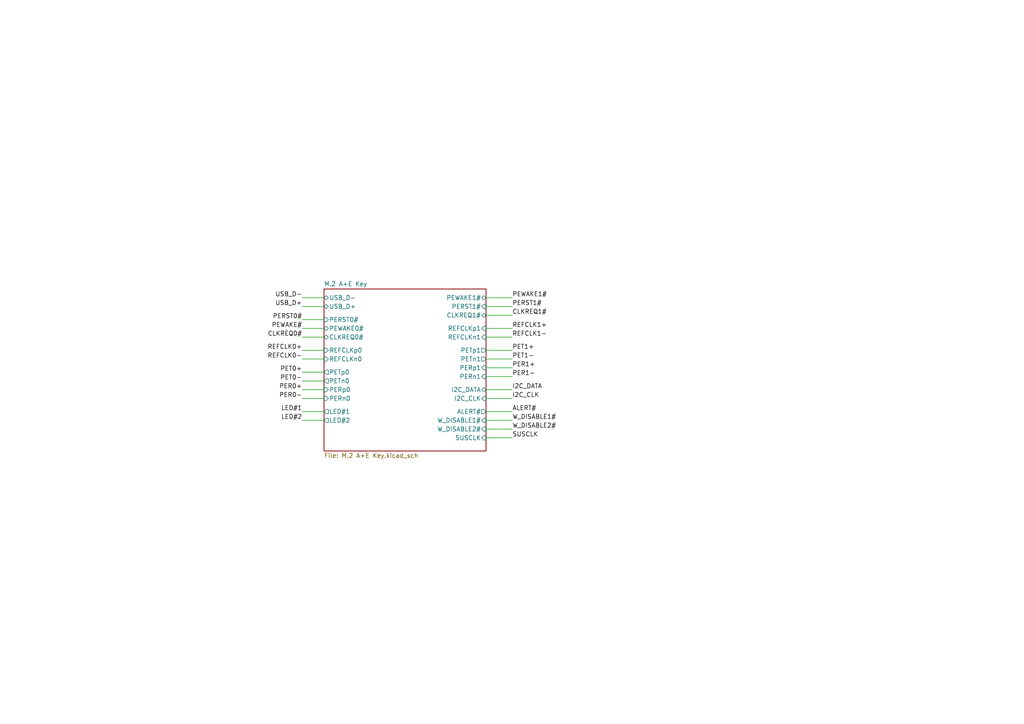
<source format=kicad_sch>
(kicad_sch
	(version 20250114)
	(generator "eeschema")
	(generator_version "9.0")
	(uuid "5bfde3f2-ac4a-4ea4-a840-8d5d82bc8c6d")
	(paper "A4")
	(lib_symbols)
	(wire
		(pts
			(xy 87.63 92.71) (xy 93.98 92.71)
		)
		(stroke
			(width 0)
			(type default)
		)
		(uuid "0b815296-0040-44c1-84b5-8dac72de226b")
	)
	(wire
		(pts
			(xy 140.97 113.03) (xy 148.59 113.03)
		)
		(stroke
			(width 0)
			(type default)
		)
		(uuid "0c58172a-c8f9-443e-8375-57a4f343e65f")
	)
	(wire
		(pts
			(xy 140.97 88.9) (xy 148.59 88.9)
		)
		(stroke
			(width 0)
			(type default)
		)
		(uuid "12fbcf8a-43af-4626-bbe2-a58fe644ae7f")
	)
	(wire
		(pts
			(xy 140.97 91.44) (xy 148.59 91.44)
		)
		(stroke
			(width 0)
			(type default)
		)
		(uuid "28b89b51-ba7f-44ea-b465-41ee9e8b46af")
	)
	(wire
		(pts
			(xy 87.63 88.9) (xy 93.98 88.9)
		)
		(stroke
			(width 0)
			(type default)
		)
		(uuid "31e1f526-7886-45bd-8e6a-c0d0e57b4c92")
	)
	(wire
		(pts
			(xy 87.63 97.79) (xy 93.98 97.79)
		)
		(stroke
			(width 0)
			(type default)
		)
		(uuid "34bc28c2-e08a-4307-9384-df209545a3a1")
	)
	(wire
		(pts
			(xy 140.97 97.79) (xy 148.59 97.79)
		)
		(stroke
			(width 0)
			(type default)
		)
		(uuid "479b6459-c8cb-4d4a-b18b-3a7de79a9329")
	)
	(wire
		(pts
			(xy 140.97 101.6) (xy 148.59 101.6)
		)
		(stroke
			(width 0)
			(type default)
		)
		(uuid "574df91c-5595-4d31-a53f-da3abf939f03")
	)
	(wire
		(pts
			(xy 87.63 119.38) (xy 93.98 119.38)
		)
		(stroke
			(width 0)
			(type default)
		)
		(uuid "645f965c-5e61-478d-a2ce-b9de8e9e38a7")
	)
	(wire
		(pts
			(xy 140.97 127) (xy 148.59 127)
		)
		(stroke
			(width 0)
			(type default)
		)
		(uuid "66e8c05b-5e90-4565-85ab-55ec7c12767b")
	)
	(wire
		(pts
			(xy 87.63 110.49) (xy 93.98 110.49)
		)
		(stroke
			(width 0)
			(type default)
		)
		(uuid "74d911a9-54d3-46f9-b812-604a3ff0d796")
	)
	(wire
		(pts
			(xy 87.63 115.57) (xy 93.98 115.57)
		)
		(stroke
			(width 0)
			(type default)
		)
		(uuid "81589af4-7869-44fa-90ff-4f138e00b77d")
	)
	(wire
		(pts
			(xy 87.63 104.14) (xy 93.98 104.14)
		)
		(stroke
			(width 0)
			(type default)
		)
		(uuid "86bd761d-3464-463d-b2ab-50f782c612a1")
	)
	(wire
		(pts
			(xy 140.97 86.36) (xy 148.59 86.36)
		)
		(stroke
			(width 0)
			(type default)
		)
		(uuid "8bc234e1-d323-4e28-bf37-83b38930e5db")
	)
	(wire
		(pts
			(xy 140.97 119.38) (xy 148.59 119.38)
		)
		(stroke
			(width 0)
			(type default)
		)
		(uuid "9271f9be-9153-4410-af35-03ac3228f504")
	)
	(wire
		(pts
			(xy 140.97 121.92) (xy 148.59 121.92)
		)
		(stroke
			(width 0)
			(type default)
		)
		(uuid "94476378-6581-42e7-b383-1747db24d9f0")
	)
	(wire
		(pts
			(xy 87.63 113.03) (xy 93.98 113.03)
		)
		(stroke
			(width 0)
			(type default)
		)
		(uuid "a16633c8-3c1c-40d5-8608-260d20b05ae0")
	)
	(wire
		(pts
			(xy 140.97 95.25) (xy 148.59 95.25)
		)
		(stroke
			(width 0)
			(type default)
		)
		(uuid "a3769ae0-3407-40d3-92a9-4a3847a7e113")
	)
	(wire
		(pts
			(xy 140.97 106.68) (xy 148.59 106.68)
		)
		(stroke
			(width 0)
			(type default)
		)
		(uuid "a5e7bc8d-0cff-4e21-9e68-bead638381c1")
	)
	(wire
		(pts
			(xy 87.63 121.92) (xy 93.98 121.92)
		)
		(stroke
			(width 0)
			(type default)
		)
		(uuid "a723beb8-9ec0-43aa-80a5-2bd86fdb0869")
	)
	(wire
		(pts
			(xy 140.97 124.46) (xy 148.59 124.46)
		)
		(stroke
			(width 0)
			(type default)
		)
		(uuid "aaf34d49-368e-4c43-96d4-6b5987142baf")
	)
	(wire
		(pts
			(xy 140.97 109.22) (xy 148.59 109.22)
		)
		(stroke
			(width 0)
			(type default)
		)
		(uuid "ad14466d-d2b1-4796-9822-61568dd0c8b6")
	)
	(wire
		(pts
			(xy 87.63 86.36) (xy 93.98 86.36)
		)
		(stroke
			(width 0)
			(type default)
		)
		(uuid "b8092a21-d44b-412f-ae98-ee7e1a821883")
	)
	(wire
		(pts
			(xy 140.97 104.14) (xy 148.59 104.14)
		)
		(stroke
			(width 0)
			(type default)
		)
		(uuid "c0f0eaba-4ef7-4a22-a2d5-46de9b48d722")
	)
	(wire
		(pts
			(xy 87.63 107.95) (xy 93.98 107.95)
		)
		(stroke
			(width 0)
			(type default)
		)
		(uuid "d8b711b8-dfb2-4016-9f42-7532f1e233a3")
	)
	(wire
		(pts
			(xy 87.63 101.6) (xy 93.98 101.6)
		)
		(stroke
			(width 0)
			(type default)
		)
		(uuid "e2e89bea-6c8a-4e01-8778-6c66d1b26def")
	)
	(wire
		(pts
			(xy 140.97 115.57) (xy 148.59 115.57)
		)
		(stroke
			(width 0)
			(type default)
		)
		(uuid "e6c110af-f4ed-4c43-9aa0-acebd757543b")
	)
	(wire
		(pts
			(xy 87.63 95.25) (xy 93.98 95.25)
		)
		(stroke
			(width 0)
			(type default)
		)
		(uuid "f5dc8a44-8a9a-4043-92fa-4e567413939a")
	)
	(label "REFCLK1+"
		(at 148.59 95.25 0)
		(effects
			(font
				(size 1.27 1.27)
			)
			(justify left bottom)
		)
		(uuid "209eb017-2e08-4649-b052-40f6f227ce32")
	)
	(label "LED#2"
		(at 87.63 121.92 180)
		(effects
			(font
				(size 1.27 1.27)
			)
			(justify right bottom)
		)
		(uuid "2e646666-36e0-4a0b-872d-abbb899e0cb7")
	)
	(label "W_DISABLE2#"
		(at 148.59 124.46 0)
		(effects
			(font
				(size 1.27 1.27)
			)
			(justify left bottom)
		)
		(uuid "2fdf3fce-83af-404e-86cc-33c97f3e6346")
	)
	(label "PER1-"
		(at 148.59 109.22 0)
		(effects
			(font
				(size 1.27 1.27)
			)
			(justify left bottom)
		)
		(uuid "398d6d12-288c-4353-9550-b0acf4b858f7")
	)
	(label "LED#1"
		(at 87.63 119.38 180)
		(effects
			(font
				(size 1.27 1.27)
			)
			(justify right bottom)
		)
		(uuid "3db5ded9-9d4c-4487-934b-4fbe088b34ff")
	)
	(label "SUSCLK"
		(at 148.59 127 0)
		(effects
			(font
				(size 1.27 1.27)
			)
			(justify left bottom)
		)
		(uuid "4101a7b7-a600-4988-8928-7147d56c46e1")
	)
	(label "PER0-"
		(at 87.63 115.57 180)
		(effects
			(font
				(size 1.27 1.27)
			)
			(justify right bottom)
		)
		(uuid "427c658f-f0c2-4e6e-9bc9-9c26bdd28636")
	)
	(label "REFCLK1-"
		(at 148.59 97.79 0)
		(effects
			(font
				(size 1.27 1.27)
			)
			(justify left bottom)
		)
		(uuid "451545de-4a20-4861-a980-67c25156ca44")
	)
	(label "USB_D-"
		(at 87.63 86.36 180)
		(effects
			(font
				(size 1.27 1.27)
			)
			(justify right bottom)
		)
		(uuid "5163c6e9-848f-410f-83ba-684d2ca0b29d")
	)
	(label "CLKREQ0#"
		(at 87.63 97.79 180)
		(effects
			(font
				(size 1.27 1.27)
			)
			(justify right bottom)
		)
		(uuid "74f47a20-1de7-469b-8f61-76c29b6b793e")
	)
	(label "ALERT#"
		(at 148.59 119.38 0)
		(effects
			(font
				(size 1.27 1.27)
			)
			(justify left bottom)
		)
		(uuid "760bb3c3-84e5-4cdd-8f94-c38c6376ded6")
	)
	(label "REFCLK0-"
		(at 87.63 104.14 180)
		(effects
			(font
				(size 1.27 1.27)
			)
			(justify right bottom)
		)
		(uuid "91f6a0f5-a51c-4966-b22a-d2d0d5c70381")
	)
	(label "REFCLK0+"
		(at 87.63 101.6 180)
		(effects
			(font
				(size 1.27 1.27)
			)
			(justify right bottom)
		)
		(uuid "93a626ad-0b07-4bb7-9332-86c8975988b4")
	)
	(label "I2C_DATA"
		(at 148.59 113.03 0)
		(effects
			(font
				(size 1.27 1.27)
			)
			(justify left bottom)
		)
		(uuid "97c80987-dbd2-4695-87eb-19c37ebadbbb")
	)
	(label "PET1-"
		(at 148.59 104.14 0)
		(effects
			(font
				(size 1.27 1.27)
			)
			(justify left bottom)
		)
		(uuid "990ededc-cddc-4b48-9a7b-d8e527f4c77e")
	)
	(label "W_DISABLE1#"
		(at 148.59 121.92 0)
		(effects
			(font
				(size 1.27 1.27)
			)
			(justify left bottom)
		)
		(uuid "9d3462aa-4a88-4231-b6d6-99c96ecff8fd")
	)
	(label "PER1+"
		(at 148.59 106.68 0)
		(effects
			(font
				(size 1.27 1.27)
			)
			(justify left bottom)
		)
		(uuid "b9faf2cf-1fd4-459b-b426-8b69eb2229d7")
	)
	(label "PET0+"
		(at 87.63 107.95 180)
		(effects
			(font
				(size 1.27 1.27)
			)
			(justify right bottom)
		)
		(uuid "babdf4b2-fa31-43d2-aead-025905bacca6")
	)
	(label "PET0-"
		(at 87.63 110.49 180)
		(effects
			(font
				(size 1.27 1.27)
			)
			(justify right bottom)
		)
		(uuid "bf77faa7-5164-4ef5-bd49-e084de815f22")
	)
	(label "CLKREQ1#"
		(at 148.59 91.44 0)
		(effects
			(font
				(size 1.27 1.27)
			)
			(justify left bottom)
		)
		(uuid "c2873f77-d1a1-4c15-ac62-e66585f62173")
	)
	(label "PER0+"
		(at 87.63 113.03 180)
		(effects
			(font
				(size 1.27 1.27)
			)
			(justify right bottom)
		)
		(uuid "c412593a-4959-49b3-9fff-1d6e2da6c8e8")
	)
	(label "I2C_CLK"
		(at 148.59 115.57 0)
		(effects
			(font
				(size 1.27 1.27)
			)
			(justify left bottom)
		)
		(uuid "d21c5750-6729-4e82-9cf0-ebfeb94d6d02")
	)
	(label "PERST1#"
		(at 148.59 88.9 0)
		(effects
			(font
				(size 1.27 1.27)
			)
			(justify left bottom)
		)
		(uuid "d64ebc8d-c78c-4c46-b20a-03e566079876")
	)
	(label "PERST0#"
		(at 87.63 92.71 180)
		(effects
			(font
				(size 1.27 1.27)
			)
			(justify right bottom)
		)
		(uuid "d8e33dac-0ac0-4a0a-a59e-412a2f4c53c3")
	)
	(label "USB_D+"
		(at 87.63 88.9 180)
		(effects
			(font
				(size 1.27 1.27)
			)
			(justify right bottom)
		)
		(uuid "df52d699-35bd-43b0-9763-42ccf3e5a803")
	)
	(label "PET1+"
		(at 148.59 101.6 0)
		(effects
			(font
				(size 1.27 1.27)
			)
			(justify left bottom)
		)
		(uuid "e1e89bb7-d994-4e02-88ee-cebe9ac41410")
	)
	(label "PEWAKE1#"
		(at 148.59 86.36 0)
		(effects
			(font
				(size 1.27 1.27)
			)
			(justify left bottom)
		)
		(uuid "ecf29c76-598f-4590-9e4f-86b2851f6f84")
	)
	(label "PEWAKE#"
		(at 87.63 95.25 180)
		(effects
			(font
				(size 1.27 1.27)
			)
			(justify right bottom)
		)
		(uuid "fa3b1991-034c-436e-b13c-e9e36647eb30")
	)
	(sheet
		(at 93.98 83.82)
		(size 46.99 46.99)
		(exclude_from_sim no)
		(in_bom yes)
		(on_board yes)
		(dnp no)
		(fields_autoplaced yes)
		(stroke
			(width 0.1524)
			(type solid)
		)
		(fill
			(color 0 0 0 0.0000)
		)
		(uuid "b8a0b662-626f-4b18-a541-bb821f464aa6")
		(property "Sheetname" "M.2 A+E Key"
			(at 93.98 83.1084 0)
			(effects
				(font
					(size 1.27 1.27)
				)
				(justify left bottom)
			)
		)
		(property "Sheetfile" "M.2 A+E Key.kicad_sch"
			(at 93.98 131.3946 0)
			(effects
				(font
					(size 1.27 1.27)
				)
				(justify left top)
			)
		)
		(pin "USB_D+" bidirectional
			(at 93.98 88.9 180)
			(uuid "279f1b0b-d046-4623-b94b-d84f4ec120ec")
			(effects
				(font
					(size 1.27 1.27)
				)
				(justify left)
			)
		)
		(pin "USB_D-" bidirectional
			(at 93.98 86.36 180)
			(uuid "838d1640-4437-4ee3-8a54-ffd8d992924d")
			(effects
				(font
					(size 1.27 1.27)
				)
				(justify left)
			)
		)
		(pin "CLKREQ0#" bidirectional
			(at 93.98 97.79 180)
			(uuid "3b95932e-d7fb-4293-9894-94e919d7e9d5")
			(effects
				(font
					(size 1.27 1.27)
				)
				(justify left)
			)
		)
		(pin "PEWAKE0#" bidirectional
			(at 93.98 95.25 180)
			(uuid "c82afd52-9af7-4a04-9bfa-698f6c1fcf73")
			(effects
				(font
					(size 1.27 1.27)
				)
				(justify left)
			)
		)
		(pin "PERST0#" input
			(at 93.98 92.71 180)
			(uuid "270ae8e6-93c2-4d00-b865-35e16ea223ad")
			(effects
				(font
					(size 1.27 1.27)
				)
				(justify left)
			)
		)
		(pin "REFCLKn0" input
			(at 93.98 104.14 180)
			(uuid "e9dd542e-3be9-424c-8991-b713efc8d178")
			(effects
				(font
					(size 1.27 1.27)
				)
				(justify left)
			)
		)
		(pin "REFCLKp0" input
			(at 93.98 101.6 180)
			(uuid "f00db3ab-e893-4f05-80b7-f923986cfee0")
			(effects
				(font
					(size 1.27 1.27)
				)
				(justify left)
			)
		)
		(pin "PETp0" output
			(at 93.98 107.95 180)
			(uuid "c414dbfb-b424-4672-b5e8-216da3a7aa49")
			(effects
				(font
					(size 1.27 1.27)
				)
				(justify left)
			)
		)
		(pin "PETn0" output
			(at 93.98 110.49 180)
			(uuid "c15ab935-48ac-4e15-85c7-c91cdc23d41b")
			(effects
				(font
					(size 1.27 1.27)
				)
				(justify left)
			)
		)
		(pin "PERp0" input
			(at 93.98 113.03 180)
			(uuid "7c7dc1de-29a2-40be-a8f8-dcbf837ed925")
			(effects
				(font
					(size 1.27 1.27)
				)
				(justify left)
			)
		)
		(pin "PERn0" input
			(at 93.98 115.57 180)
			(uuid "fa0d12ea-8140-447a-8aa1-32fb522e59c4")
			(effects
				(font
					(size 1.27 1.27)
				)
				(justify left)
			)
		)
		(pin "PEWAKE1#" bidirectional
			(at 140.97 86.36 0)
			(uuid "67152938-3f78-406e-87cf-dd8ea5d68aa1")
			(effects
				(font
					(size 1.27 1.27)
				)
				(justify right)
			)
		)
		(pin "PERST1#" input
			(at 140.97 88.9 0)
			(uuid "20a6866c-645f-4e20-bdd8-92303d958206")
			(effects
				(font
					(size 1.27 1.27)
				)
				(justify right)
			)
		)
		(pin "CLKREQ1#" bidirectional
			(at 140.97 91.44 0)
			(uuid "73cdffae-26de-4a06-b208-dfa0cebcad87")
			(effects
				(font
					(size 1.27 1.27)
				)
				(justify right)
			)
		)
		(pin "REFCLKn1" input
			(at 140.97 97.79 0)
			(uuid "a0c9a679-32ae-4023-92fe-3be3f2a8e866")
			(effects
				(font
					(size 1.27 1.27)
				)
				(justify right)
			)
		)
		(pin "REFCLKp1" input
			(at 140.97 95.25 0)
			(uuid "de69dbe3-91d5-4d0e-a541-413f5719ddbc")
			(effects
				(font
					(size 1.27 1.27)
				)
				(justify right)
			)
		)
		(pin "PETp1" output
			(at 140.97 101.6 0)
			(uuid "7869149a-d210-4471-b212-54721c584ab5")
			(effects
				(font
					(size 1.27 1.27)
				)
				(justify right)
			)
		)
		(pin "PETn1" output
			(at 140.97 104.14 0)
			(uuid "ff8fc44c-1d07-458d-b2cb-504f99bcece0")
			(effects
				(font
					(size 1.27 1.27)
				)
				(justify right)
			)
		)
		(pin "PERp1" input
			(at 140.97 106.68 0)
			(uuid "7f683ff7-457e-43f9-b651-8753a263f09c")
			(effects
				(font
					(size 1.27 1.27)
				)
				(justify right)
			)
		)
		(pin "PERn1" input
			(at 140.97 109.22 0)
			(uuid "f0ad92d8-e284-40ef-83b3-7abc3710ce4f")
			(effects
				(font
					(size 1.27 1.27)
				)
				(justify right)
			)
		)
		(pin "I2C_CLK" input
			(at 140.97 115.57 0)
			(uuid "ae9c082e-3ca0-468b-a6fd-5abd74384638")
			(effects
				(font
					(size 1.27 1.27)
				)
				(justify right)
			)
		)
		(pin "I2C_DATA" bidirectional
			(at 140.97 113.03 0)
			(uuid "441c8347-753e-4fa9-9afa-0e5ab7e88352")
			(effects
				(font
					(size 1.27 1.27)
				)
				(justify right)
			)
		)
		(pin "W_DISABLE1#" input
			(at 140.97 121.92 0)
			(uuid "7dab8532-6583-460c-96cc-4ad4c323146f")
			(effects
				(font
					(size 1.27 1.27)
				)
				(justify right)
			)
		)
		(pin "SUSCLK" input
			(at 140.97 127 0)
			(uuid "78ff6db0-744e-4de4-b208-893115aa29be")
			(effects
				(font
					(size 1.27 1.27)
				)
				(justify right)
			)
		)
		(pin "W_DISABLE2#" input
			(at 140.97 124.46 0)
			(uuid "0e79c1a7-3ced-4e1e-a332-193c21eb76d8")
			(effects
				(font
					(size 1.27 1.27)
				)
				(justify right)
			)
		)
		(pin "ALERT#" output
			(at 140.97 119.38 0)
			(uuid "8e402556-2946-475d-9532-a5609fc12ebe")
			(effects
				(font
					(size 1.27 1.27)
				)
				(justify right)
			)
		)
		(pin "LED#2" output
			(at 93.98 121.92 180)
			(uuid "e8e11a9e-8024-4d1d-8f00-daa327fecf8b")
			(effects
				(font
					(size 1.27 1.27)
				)
				(justify left)
			)
		)
		(pin "LED#1" output
			(at 93.98 119.38 180)
			(uuid "d7bc6679-eac7-4b0a-abac-19bcc7953ebc")
			(effects
				(font
					(size 1.27 1.27)
				)
				(justify left)
			)
		)
		(instances
			(project "M.2 A+E Key 30110"
				(path "/5bfde3f2-ac4a-4ea4-a840-8d5d82bc8c6d"
					(page "2")
				)
			)
		)
	)
	(sheet_instances
		(path "/"
			(page "1")
		)
	)
	(embedded_fonts no)
)

</source>
